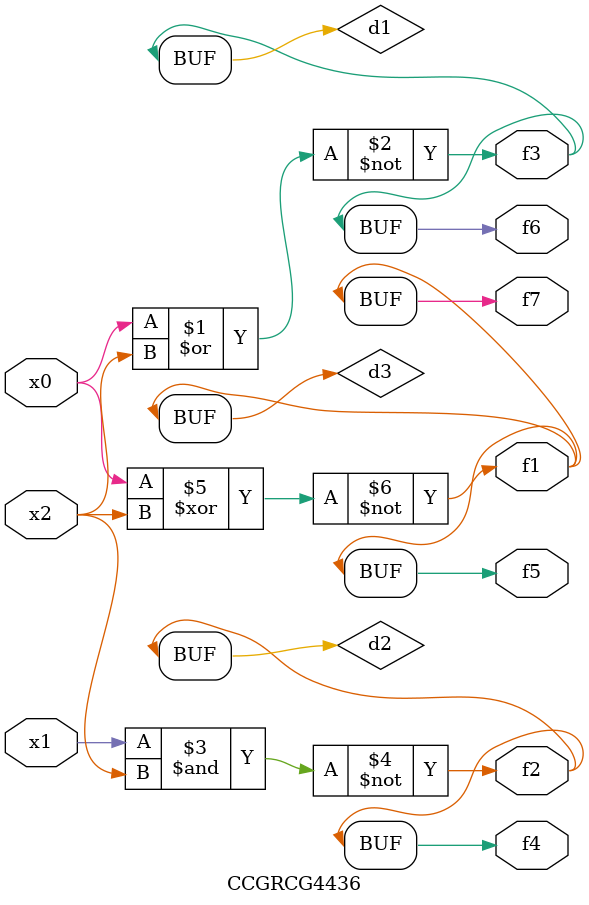
<source format=v>
module CCGRCG4436(
	input x0, x1, x2,
	output f1, f2, f3, f4, f5, f6, f7
);

	wire d1, d2, d3;

	nor (d1, x0, x2);
	nand (d2, x1, x2);
	xnor (d3, x0, x2);
	assign f1 = d3;
	assign f2 = d2;
	assign f3 = d1;
	assign f4 = d2;
	assign f5 = d3;
	assign f6 = d1;
	assign f7 = d3;
endmodule

</source>
